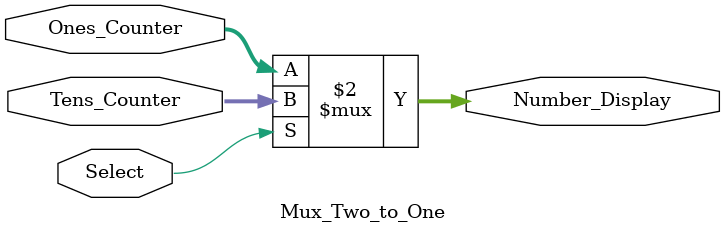
<source format=v>
`timescale 1ns / 1ps


module Mux_Two_to_One(
    input [3:0] Ones_Counter, //Comes from First Counter
    input [3:0] Tens_Counter, //Comes from Second Counter
    input Select,             //Determined by Clock Divider that sends 381Hz
    output [3:0] Number_Display
);

//reg data_out;

assign Number_Display = (Select==0) ? Ones_Counter:Tens_Counter;  //If 'Select' = 0 then 'Ones_Counter' is selected
                                                                  // else 'Tens_Counter' is selected


endmodule
</source>
